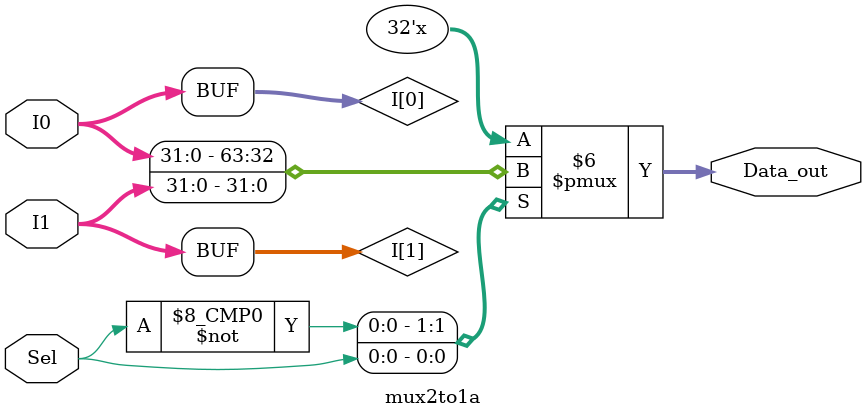
<source format=v>
module mux2to1a
   #(parameter DW = 32)
   (input [DW-1:0] I1,I0,
    input Sel,
    output [DW-1:0] Data_out);
	 
//PARTE DECLARATORIA: Nets y variables
    wire [DW-1:0] I [1:0];
	 
	 
//PARTE OPERATORIA
    assign I[0]=I0;
    assign I[1]=I1;
    assign Data_out =I[Sel];
	 
endmodule 
</source>
